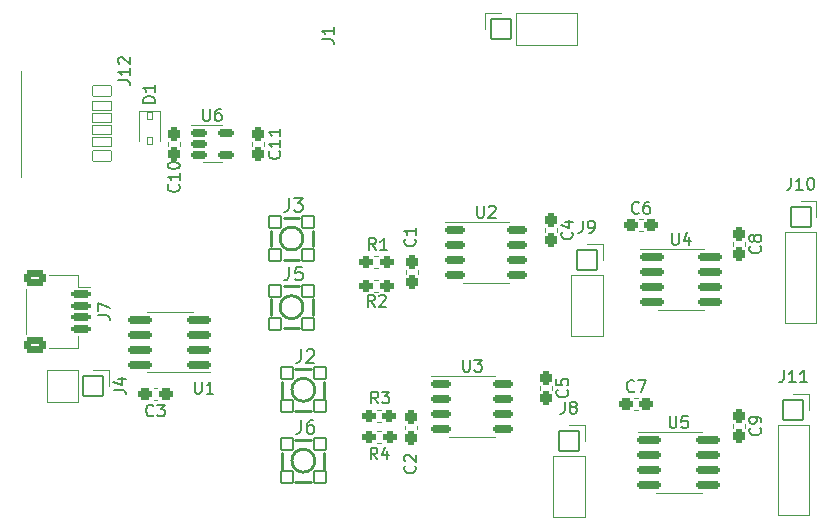
<source format=gbr>
%TF.GenerationSoftware,KiCad,Pcbnew,(6.0.4-0)*%
%TF.CreationDate,2022-10-18T14:28:54-06:00*%
%TF.ProjectId,HX711_710_711_720,48583731-315f-4373-9130-5f3731315f37,rev?*%
%TF.SameCoordinates,Original*%
%TF.FileFunction,Legend,Top*%
%TF.FilePolarity,Positive*%
%FSLAX46Y46*%
G04 Gerber Fmt 4.6, Leading zero omitted, Abs format (unit mm)*
G04 Created by KiCad (PCBNEW (6.0.4-0)) date 2022-10-18 14:28:54*
%MOMM*%
%LPD*%
G01*
G04 APERTURE LIST*
G04 Aperture macros list*
%AMRoundRect*
0 Rectangle with rounded corners*
0 $1 Rounding radius*
0 $2 $3 $4 $5 $6 $7 $8 $9 X,Y pos of 4 corners*
0 Add a 4 corners polygon primitive as box body*
4,1,4,$2,$3,$4,$5,$6,$7,$8,$9,$2,$3,0*
0 Add four circle primitives for the rounded corners*
1,1,$1+$1,$2,$3*
1,1,$1+$1,$4,$5*
1,1,$1+$1,$6,$7*
1,1,$1+$1,$8,$9*
0 Add four rect primitives between the rounded corners*
20,1,$1+$1,$2,$3,$4,$5,0*
20,1,$1+$1,$4,$5,$6,$7,0*
20,1,$1+$1,$6,$7,$8,$9,0*
20,1,$1+$1,$8,$9,$2,$3,0*%
G04 Aperture macros list end*
%ADD10C,0.150000*%
%ADD11C,0.152000*%
%ADD12C,0.120000*%
%ADD13C,0.254000*%
%ADD14RoundRect,0.201000X-0.625000X0.150000X-0.625000X-0.150000X0.625000X-0.150000X0.625000X0.150000X0*%
%ADD15RoundRect,0.301000X-0.650000X0.350000X-0.650000X-0.350000X0.650000X-0.350000X0.650000X0.350000X0*%
%ADD16RoundRect,0.051000X-0.850000X0.850000X-0.850000X-0.850000X0.850000X-0.850000X0.850000X0.850000X0*%
%ADD17O,1.802000X1.802000*%
%ADD18RoundRect,0.288500X-0.237500X0.300000X-0.237500X-0.300000X0.237500X-0.300000X0.237500X0.300000X0*%
%ADD19RoundRect,0.201000X-0.825000X-0.150000X0.825000X-0.150000X0.825000X0.150000X-0.825000X0.150000X0*%
%ADD20RoundRect,0.051000X-0.850000X-0.850000X0.850000X-0.850000X0.850000X0.850000X-0.850000X0.850000X0*%
%ADD21RoundRect,0.288500X-0.300000X-0.237500X0.300000X-0.237500X0.300000X0.237500X-0.300000X0.237500X0*%
%ADD22RoundRect,0.201000X-0.512500X-0.150000X0.512500X-0.150000X0.512500X0.150000X-0.512500X0.150000X0*%
%ADD23RoundRect,0.201000X0.825000X0.150000X-0.825000X0.150000X-0.825000X-0.150000X0.825000X-0.150000X0*%
%ADD24O,1.802000X1.102000*%
%ADD25RoundRect,0.051000X-0.800000X0.400000X-0.800000X-0.400000X0.800000X-0.400000X0.800000X0.400000X0*%
%ADD26RoundRect,0.051000X-0.800000X0.450000X-0.800000X-0.450000X0.800000X-0.450000X0.800000X0.450000X0*%
%ADD27RoundRect,0.051000X-0.225000X0.300000X-0.225000X-0.300000X0.225000X-0.300000X0.225000X0.300000X0*%
%ADD28RoundRect,0.288500X0.300000X0.237500X-0.300000X0.237500X-0.300000X-0.237500X0.300000X-0.237500X0*%
%ADD29RoundRect,0.288500X0.237500X-0.300000X0.237500X0.300000X-0.237500X0.300000X-0.237500X-0.300000X0*%
%ADD30RoundRect,0.051000X0.850000X-0.850000X0.850000X0.850000X-0.850000X0.850000X-0.850000X-0.850000X0*%
%ADD31RoundRect,0.288500X0.287500X0.237500X-0.287500X0.237500X-0.287500X-0.237500X0.287500X-0.237500X0*%
%ADD32RoundRect,0.201000X-0.675000X-0.150000X0.675000X-0.150000X0.675000X0.150000X-0.675000X0.150000X0*%
%ADD33C,1.102000*%
%ADD34RoundRect,0.051000X-0.500000X-0.500000X0.500000X-0.500000X0.500000X0.500000X-0.500000X0.500000X0*%
G04 APERTURE END LIST*
D10*
%TO.C,J7*%
X116732380Y-79233333D02*
X117446666Y-79233333D01*
X117589523Y-79280952D01*
X117684761Y-79376190D01*
X117732380Y-79519047D01*
X117732380Y-79614285D01*
X116732380Y-78852380D02*
X116732380Y-78185714D01*
X117732380Y-78614285D01*
%TO.C,J4*%
X118082380Y-85533333D02*
X118796666Y-85533333D01*
X118939523Y-85580952D01*
X119034761Y-85676190D01*
X119082380Y-85819047D01*
X119082380Y-85914285D01*
X118415714Y-84628571D02*
X119082380Y-84628571D01*
X118034761Y-84866666D02*
X118749047Y-85104761D01*
X118749047Y-84485714D01*
%TO.C,C9*%
X172787142Y-88766666D02*
X172834761Y-88814285D01*
X172882380Y-88957142D01*
X172882380Y-89052380D01*
X172834761Y-89195238D01*
X172739523Y-89290476D01*
X172644285Y-89338095D01*
X172453809Y-89385714D01*
X172310952Y-89385714D01*
X172120476Y-89338095D01*
X172025238Y-89290476D01*
X171930000Y-89195238D01*
X171882380Y-89052380D01*
X171882380Y-88957142D01*
X171930000Y-88814285D01*
X171977619Y-88766666D01*
X172882380Y-88290476D02*
X172882380Y-88100000D01*
X172834761Y-88004761D01*
X172787142Y-87957142D01*
X172644285Y-87861904D01*
X172453809Y-87814285D01*
X172072857Y-87814285D01*
X171977619Y-87861904D01*
X171930000Y-87909523D01*
X171882380Y-88004761D01*
X171882380Y-88195238D01*
X171930000Y-88290476D01*
X171977619Y-88338095D01*
X172072857Y-88385714D01*
X172310952Y-88385714D01*
X172406190Y-88338095D01*
X172453809Y-88290476D01*
X172501428Y-88195238D01*
X172501428Y-88004761D01*
X172453809Y-87909523D01*
X172406190Y-87861904D01*
X172310952Y-87814285D01*
%TO.C,C8*%
X172787142Y-73366666D02*
X172834761Y-73414285D01*
X172882380Y-73557142D01*
X172882380Y-73652380D01*
X172834761Y-73795238D01*
X172739523Y-73890476D01*
X172644285Y-73938095D01*
X172453809Y-73985714D01*
X172310952Y-73985714D01*
X172120476Y-73938095D01*
X172025238Y-73890476D01*
X171930000Y-73795238D01*
X171882380Y-73652380D01*
X171882380Y-73557142D01*
X171930000Y-73414285D01*
X171977619Y-73366666D01*
X172310952Y-72795238D02*
X172263333Y-72890476D01*
X172215714Y-72938095D01*
X172120476Y-72985714D01*
X172072857Y-72985714D01*
X171977619Y-72938095D01*
X171930000Y-72890476D01*
X171882380Y-72795238D01*
X171882380Y-72604761D01*
X171930000Y-72509523D01*
X171977619Y-72461904D01*
X172072857Y-72414285D01*
X172120476Y-72414285D01*
X172215714Y-72461904D01*
X172263333Y-72509523D01*
X172310952Y-72604761D01*
X172310952Y-72795238D01*
X172358571Y-72890476D01*
X172406190Y-72938095D01*
X172501428Y-72985714D01*
X172691904Y-72985714D01*
X172787142Y-72938095D01*
X172834761Y-72890476D01*
X172882380Y-72795238D01*
X172882380Y-72604761D01*
X172834761Y-72509523D01*
X172787142Y-72461904D01*
X172691904Y-72414285D01*
X172501428Y-72414285D01*
X172406190Y-72461904D01*
X172358571Y-72509523D01*
X172310952Y-72604761D01*
%TO.C,U5*%
X165138095Y-87752380D02*
X165138095Y-88561904D01*
X165185714Y-88657142D01*
X165233333Y-88704761D01*
X165328571Y-88752380D01*
X165519047Y-88752380D01*
X165614285Y-88704761D01*
X165661904Y-88657142D01*
X165709523Y-88561904D01*
X165709523Y-87752380D01*
X166661904Y-87752380D02*
X166185714Y-87752380D01*
X166138095Y-88228571D01*
X166185714Y-88180952D01*
X166280952Y-88133333D01*
X166519047Y-88133333D01*
X166614285Y-88180952D01*
X166661904Y-88228571D01*
X166709523Y-88323809D01*
X166709523Y-88561904D01*
X166661904Y-88657142D01*
X166614285Y-88704761D01*
X166519047Y-88752380D01*
X166280952Y-88752380D01*
X166185714Y-88704761D01*
X166138095Y-88657142D01*
%TO.C,U4*%
X165338095Y-72252380D02*
X165338095Y-73061904D01*
X165385714Y-73157142D01*
X165433333Y-73204761D01*
X165528571Y-73252380D01*
X165719047Y-73252380D01*
X165814285Y-73204761D01*
X165861904Y-73157142D01*
X165909523Y-73061904D01*
X165909523Y-72252380D01*
X166814285Y-72585714D02*
X166814285Y-73252380D01*
X166576190Y-72204761D02*
X166338095Y-72919047D01*
X166957142Y-72919047D01*
%TO.C,J11*%
X174815476Y-83882380D02*
X174815476Y-84596666D01*
X174767857Y-84739523D01*
X174672619Y-84834761D01*
X174529761Y-84882380D01*
X174434523Y-84882380D01*
X175815476Y-84882380D02*
X175244047Y-84882380D01*
X175529761Y-84882380D02*
X175529761Y-83882380D01*
X175434523Y-84025238D01*
X175339285Y-84120476D01*
X175244047Y-84168095D01*
X176767857Y-84882380D02*
X176196428Y-84882380D01*
X176482142Y-84882380D02*
X176482142Y-83882380D01*
X176386904Y-84025238D01*
X176291666Y-84120476D01*
X176196428Y-84168095D01*
%TO.C,J10*%
X175415476Y-67582380D02*
X175415476Y-68296666D01*
X175367857Y-68439523D01*
X175272619Y-68534761D01*
X175129761Y-68582380D01*
X175034523Y-68582380D01*
X176415476Y-68582380D02*
X175844047Y-68582380D01*
X176129761Y-68582380D02*
X176129761Y-67582380D01*
X176034523Y-67725238D01*
X175939285Y-67820476D01*
X175844047Y-67868095D01*
X177034523Y-67582380D02*
X177129761Y-67582380D01*
X177225000Y-67630000D01*
X177272619Y-67677619D01*
X177320238Y-67772857D01*
X177367857Y-67963333D01*
X177367857Y-68201428D01*
X177320238Y-68391904D01*
X177272619Y-68487142D01*
X177225000Y-68534761D01*
X177129761Y-68582380D01*
X177034523Y-68582380D01*
X176939285Y-68534761D01*
X176891666Y-68487142D01*
X176844047Y-68391904D01*
X176796428Y-68201428D01*
X176796428Y-67963333D01*
X176844047Y-67772857D01*
X176891666Y-67677619D01*
X176939285Y-67630000D01*
X177034523Y-67582380D01*
%TO.C,C7*%
X162133333Y-85627142D02*
X162085714Y-85674761D01*
X161942857Y-85722380D01*
X161847619Y-85722380D01*
X161704761Y-85674761D01*
X161609523Y-85579523D01*
X161561904Y-85484285D01*
X161514285Y-85293809D01*
X161514285Y-85150952D01*
X161561904Y-84960476D01*
X161609523Y-84865238D01*
X161704761Y-84770000D01*
X161847619Y-84722380D01*
X161942857Y-84722380D01*
X162085714Y-84770000D01*
X162133333Y-84817619D01*
X162466666Y-84722380D02*
X163133333Y-84722380D01*
X162704761Y-85722380D01*
%TO.C,C6*%
X162533333Y-70527142D02*
X162485714Y-70574761D01*
X162342857Y-70622380D01*
X162247619Y-70622380D01*
X162104761Y-70574761D01*
X162009523Y-70479523D01*
X161961904Y-70384285D01*
X161914285Y-70193809D01*
X161914285Y-70050952D01*
X161961904Y-69860476D01*
X162009523Y-69765238D01*
X162104761Y-69670000D01*
X162247619Y-69622380D01*
X162342857Y-69622380D01*
X162485714Y-69670000D01*
X162533333Y-69717619D01*
X163390476Y-69622380D02*
X163200000Y-69622380D01*
X163104761Y-69670000D01*
X163057142Y-69717619D01*
X162961904Y-69860476D01*
X162914285Y-70050952D01*
X162914285Y-70431904D01*
X162961904Y-70527142D01*
X163009523Y-70574761D01*
X163104761Y-70622380D01*
X163295238Y-70622380D01*
X163390476Y-70574761D01*
X163438095Y-70527142D01*
X163485714Y-70431904D01*
X163485714Y-70193809D01*
X163438095Y-70098571D01*
X163390476Y-70050952D01*
X163295238Y-70003333D01*
X163104761Y-70003333D01*
X163009523Y-70050952D01*
X162961904Y-70098571D01*
X162914285Y-70193809D01*
%TO.C,U6*%
X125638095Y-61752380D02*
X125638095Y-62561904D01*
X125685714Y-62657142D01*
X125733333Y-62704761D01*
X125828571Y-62752380D01*
X126019047Y-62752380D01*
X126114285Y-62704761D01*
X126161904Y-62657142D01*
X126209523Y-62561904D01*
X126209523Y-61752380D01*
X127114285Y-61752380D02*
X126923809Y-61752380D01*
X126828571Y-61800000D01*
X126780952Y-61847619D01*
X126685714Y-61990476D01*
X126638095Y-62180952D01*
X126638095Y-62561904D01*
X126685714Y-62657142D01*
X126733333Y-62704761D01*
X126828571Y-62752380D01*
X127019047Y-62752380D01*
X127114285Y-62704761D01*
X127161904Y-62657142D01*
X127209523Y-62561904D01*
X127209523Y-62323809D01*
X127161904Y-62228571D01*
X127114285Y-62180952D01*
X127019047Y-62133333D01*
X126828571Y-62133333D01*
X126733333Y-62180952D01*
X126685714Y-62228571D01*
X126638095Y-62323809D01*
%TO.C,U1*%
X124938095Y-84852380D02*
X124938095Y-85661904D01*
X124985714Y-85757142D01*
X125033333Y-85804761D01*
X125128571Y-85852380D01*
X125319047Y-85852380D01*
X125414285Y-85804761D01*
X125461904Y-85757142D01*
X125509523Y-85661904D01*
X125509523Y-84852380D01*
X126509523Y-85852380D02*
X125938095Y-85852380D01*
X126223809Y-85852380D02*
X126223809Y-84852380D01*
X126128571Y-84995238D01*
X126033333Y-85090476D01*
X125938095Y-85138095D01*
%TO.C,J12*%
X118452380Y-59309523D02*
X119166666Y-59309523D01*
X119309523Y-59357142D01*
X119404761Y-59452380D01*
X119452380Y-59595238D01*
X119452380Y-59690476D01*
X119452380Y-58309523D02*
X119452380Y-58880952D01*
X119452380Y-58595238D02*
X118452380Y-58595238D01*
X118595238Y-58690476D01*
X118690476Y-58785714D01*
X118738095Y-58880952D01*
X118547619Y-57928571D02*
X118500000Y-57880952D01*
X118452380Y-57785714D01*
X118452380Y-57547619D01*
X118500000Y-57452380D01*
X118547619Y-57404761D01*
X118642857Y-57357142D01*
X118738095Y-57357142D01*
X118880952Y-57404761D01*
X119452380Y-57976190D01*
X119452380Y-57357142D01*
%TO.C,D1*%
X121552380Y-61238095D02*
X120552380Y-61238095D01*
X120552380Y-61000000D01*
X120600000Y-60857142D01*
X120695238Y-60761904D01*
X120790476Y-60714285D01*
X120980952Y-60666666D01*
X121123809Y-60666666D01*
X121314285Y-60714285D01*
X121409523Y-60761904D01*
X121504761Y-60857142D01*
X121552380Y-61000000D01*
X121552380Y-61238095D01*
X121552380Y-59714285D02*
X121552380Y-60285714D01*
X121552380Y-60000000D02*
X120552380Y-60000000D01*
X120695238Y-60095238D01*
X120790476Y-60190476D01*
X120838095Y-60285714D01*
%TO.C,C11*%
X132087142Y-65342857D02*
X132134761Y-65390476D01*
X132182380Y-65533333D01*
X132182380Y-65628571D01*
X132134761Y-65771428D01*
X132039523Y-65866666D01*
X131944285Y-65914285D01*
X131753809Y-65961904D01*
X131610952Y-65961904D01*
X131420476Y-65914285D01*
X131325238Y-65866666D01*
X131230000Y-65771428D01*
X131182380Y-65628571D01*
X131182380Y-65533333D01*
X131230000Y-65390476D01*
X131277619Y-65342857D01*
X132182380Y-64390476D02*
X132182380Y-64961904D01*
X132182380Y-64676190D02*
X131182380Y-64676190D01*
X131325238Y-64771428D01*
X131420476Y-64866666D01*
X131468095Y-64961904D01*
X132182380Y-63438095D02*
X132182380Y-64009523D01*
X132182380Y-63723809D02*
X131182380Y-63723809D01*
X131325238Y-63819047D01*
X131420476Y-63914285D01*
X131468095Y-64009523D01*
%TO.C,C5*%
X156462141Y-85526665D02*
X156509760Y-85574284D01*
X156557379Y-85717141D01*
X156557379Y-85812379D01*
X156509760Y-85955237D01*
X156414522Y-86050475D01*
X156319284Y-86098094D01*
X156128808Y-86145713D01*
X155985951Y-86145713D01*
X155795475Y-86098094D01*
X155700237Y-86050475D01*
X155604999Y-85955237D01*
X155557379Y-85812379D01*
X155557379Y-85717141D01*
X155604999Y-85574284D01*
X155652618Y-85526665D01*
X155557379Y-84621903D02*
X155557379Y-85098094D01*
X156033570Y-85145713D01*
X155985951Y-85098094D01*
X155938332Y-85002856D01*
X155938332Y-84764760D01*
X155985951Y-84669522D01*
X156033570Y-84621903D01*
X156128808Y-84574284D01*
X156366903Y-84574284D01*
X156462141Y-84621903D01*
X156509760Y-84669522D01*
X156557379Y-84764760D01*
X156557379Y-85002856D01*
X156509760Y-85098094D01*
X156462141Y-85145713D01*
%TO.C,C10*%
X123557142Y-68142857D02*
X123604761Y-68190476D01*
X123652380Y-68333333D01*
X123652380Y-68428571D01*
X123604761Y-68571428D01*
X123509523Y-68666666D01*
X123414285Y-68714285D01*
X123223809Y-68761904D01*
X123080952Y-68761904D01*
X122890476Y-68714285D01*
X122795238Y-68666666D01*
X122700000Y-68571428D01*
X122652380Y-68428571D01*
X122652380Y-68333333D01*
X122700000Y-68190476D01*
X122747619Y-68142857D01*
X123652380Y-67190476D02*
X123652380Y-67761904D01*
X123652380Y-67476190D02*
X122652380Y-67476190D01*
X122795238Y-67571428D01*
X122890476Y-67666666D01*
X122938095Y-67761904D01*
X122652380Y-66571428D02*
X122652380Y-66476190D01*
X122700000Y-66380952D01*
X122747619Y-66333333D01*
X122842857Y-66285714D01*
X123033333Y-66238095D01*
X123271428Y-66238095D01*
X123461904Y-66285714D01*
X123557142Y-66333333D01*
X123604761Y-66380952D01*
X123652380Y-66476190D01*
X123652380Y-66571428D01*
X123604761Y-66666666D01*
X123557142Y-66714285D01*
X123461904Y-66761904D01*
X123271428Y-66809523D01*
X123033333Y-66809523D01*
X122842857Y-66761904D01*
X122747619Y-66714285D01*
X122700000Y-66666666D01*
X122652380Y-66571428D01*
%TO.C,C4*%
X156862141Y-72176665D02*
X156909760Y-72224284D01*
X156957379Y-72367141D01*
X156957379Y-72462379D01*
X156909760Y-72605237D01*
X156814522Y-72700475D01*
X156719284Y-72748094D01*
X156528808Y-72795713D01*
X156385951Y-72795713D01*
X156195475Y-72748094D01*
X156100237Y-72700475D01*
X156004999Y-72605237D01*
X155957379Y-72462379D01*
X155957379Y-72367141D01*
X156004999Y-72224284D01*
X156052618Y-72176665D01*
X156290713Y-71319522D02*
X156957379Y-71319522D01*
X155909760Y-71557618D02*
X156624046Y-71795713D01*
X156624046Y-71176665D01*
%TO.C,C3*%
X121433333Y-87687142D02*
X121385714Y-87734761D01*
X121242857Y-87782380D01*
X121147619Y-87782380D01*
X121004761Y-87734761D01*
X120909523Y-87639523D01*
X120861904Y-87544285D01*
X120814285Y-87353809D01*
X120814285Y-87210952D01*
X120861904Y-87020476D01*
X120909523Y-86925238D01*
X121004761Y-86830000D01*
X121147619Y-86782380D01*
X121242857Y-86782380D01*
X121385714Y-86830000D01*
X121433333Y-86877619D01*
X121766666Y-86782380D02*
X122385714Y-86782380D01*
X122052380Y-87163333D01*
X122195238Y-87163333D01*
X122290476Y-87210952D01*
X122338095Y-87258571D01*
X122385714Y-87353809D01*
X122385714Y-87591904D01*
X122338095Y-87687142D01*
X122290476Y-87734761D01*
X122195238Y-87782380D01*
X121909523Y-87782380D01*
X121814285Y-87734761D01*
X121766666Y-87687142D01*
%TO.C,C2*%
X143557142Y-91966666D02*
X143604761Y-92014285D01*
X143652380Y-92157142D01*
X143652380Y-92252380D01*
X143604761Y-92395238D01*
X143509523Y-92490476D01*
X143414285Y-92538095D01*
X143223809Y-92585714D01*
X143080952Y-92585714D01*
X142890476Y-92538095D01*
X142795238Y-92490476D01*
X142700000Y-92395238D01*
X142652380Y-92252380D01*
X142652380Y-92157142D01*
X142700000Y-92014285D01*
X142747619Y-91966666D01*
X142747619Y-91585714D02*
X142700000Y-91538095D01*
X142652380Y-91442857D01*
X142652380Y-91204761D01*
X142700000Y-91109523D01*
X142747619Y-91061904D01*
X142842857Y-91014285D01*
X142938095Y-91014285D01*
X143080952Y-91061904D01*
X143652380Y-91633333D01*
X143652380Y-91014285D01*
%TO.C,C1*%
X143557142Y-72766666D02*
X143604761Y-72814285D01*
X143652380Y-72957142D01*
X143652380Y-73052380D01*
X143604761Y-73195238D01*
X143509523Y-73290476D01*
X143414285Y-73338095D01*
X143223809Y-73385714D01*
X143080952Y-73385714D01*
X142890476Y-73338095D01*
X142795238Y-73290476D01*
X142700000Y-73195238D01*
X142652380Y-73052380D01*
X142652380Y-72957142D01*
X142700000Y-72814285D01*
X142747619Y-72766666D01*
X143652380Y-71814285D02*
X143652380Y-72385714D01*
X143652380Y-72100000D02*
X142652380Y-72100000D01*
X142795238Y-72195238D01*
X142890476Y-72290476D01*
X142938095Y-72385714D01*
%TO.C,J1*%
X135682379Y-55843332D02*
X136396665Y-55843332D01*
X136539522Y-55890951D01*
X136634760Y-55986189D01*
X136682379Y-56129046D01*
X136682379Y-56224284D01*
X136682379Y-54843332D02*
X136682379Y-55414760D01*
X136682379Y-55129046D02*
X135682379Y-55129046D01*
X135825237Y-55224284D01*
X135920475Y-55319522D01*
X135968094Y-55414760D01*
%TO.C,J8*%
X156266666Y-86542380D02*
X156266666Y-87256666D01*
X156219047Y-87399523D01*
X156123809Y-87494761D01*
X155980952Y-87542380D01*
X155885714Y-87542380D01*
X156885714Y-86970952D02*
X156790476Y-86923333D01*
X156742857Y-86875714D01*
X156695238Y-86780476D01*
X156695238Y-86732857D01*
X156742857Y-86637619D01*
X156790476Y-86590000D01*
X156885714Y-86542380D01*
X157076190Y-86542380D01*
X157171428Y-86590000D01*
X157219047Y-86637619D01*
X157266666Y-86732857D01*
X157266666Y-86780476D01*
X157219047Y-86875714D01*
X157171428Y-86923333D01*
X157076190Y-86970952D01*
X156885714Y-86970952D01*
X156790476Y-87018571D01*
X156742857Y-87066190D01*
X156695238Y-87161428D01*
X156695238Y-87351904D01*
X156742857Y-87447142D01*
X156790476Y-87494761D01*
X156885714Y-87542380D01*
X157076190Y-87542380D01*
X157171428Y-87494761D01*
X157219047Y-87447142D01*
X157266666Y-87351904D01*
X157266666Y-87161428D01*
X157219047Y-87066190D01*
X157171428Y-87018571D01*
X157076190Y-86970952D01*
%TO.C,J9*%
X157791665Y-71217379D02*
X157791665Y-71931665D01*
X157744046Y-72074522D01*
X157648808Y-72169760D01*
X157505951Y-72217379D01*
X157410713Y-72217379D01*
X158315475Y-72217379D02*
X158505951Y-72217379D01*
X158601189Y-72169760D01*
X158648808Y-72122141D01*
X158744046Y-71979284D01*
X158791665Y-71788808D01*
X158791665Y-71407856D01*
X158744046Y-71312618D01*
X158696427Y-71264999D01*
X158601189Y-71217379D01*
X158410713Y-71217379D01*
X158315475Y-71264999D01*
X158267856Y-71312618D01*
X158220237Y-71407856D01*
X158220237Y-71645951D01*
X158267856Y-71741189D01*
X158315475Y-71788808D01*
X158410713Y-71836427D01*
X158601189Y-71836427D01*
X158696427Y-71788808D01*
X158744046Y-71741189D01*
X158791665Y-71645951D01*
%TO.C,R2*%
X140158332Y-78487379D02*
X139824999Y-78011189D01*
X139586903Y-78487379D02*
X139586903Y-77487379D01*
X139967856Y-77487379D01*
X140063094Y-77534999D01*
X140110713Y-77582618D01*
X140158332Y-77677856D01*
X140158332Y-77820713D01*
X140110713Y-77915951D01*
X140063094Y-77963570D01*
X139967856Y-78011189D01*
X139586903Y-78011189D01*
X140539284Y-77582618D02*
X140586903Y-77534999D01*
X140682141Y-77487379D01*
X140920237Y-77487379D01*
X141015475Y-77534999D01*
X141063094Y-77582618D01*
X141110713Y-77677856D01*
X141110713Y-77773094D01*
X141063094Y-77915951D01*
X140491665Y-78487379D01*
X141110713Y-78487379D01*
%TO.C,R3*%
X140458332Y-86687379D02*
X140124999Y-86211189D01*
X139886903Y-86687379D02*
X139886903Y-85687379D01*
X140267856Y-85687379D01*
X140363094Y-85734999D01*
X140410713Y-85782618D01*
X140458332Y-85877856D01*
X140458332Y-86020713D01*
X140410713Y-86115951D01*
X140363094Y-86163570D01*
X140267856Y-86211189D01*
X139886903Y-86211189D01*
X140791665Y-85687379D02*
X141410713Y-85687379D01*
X141077379Y-86068332D01*
X141220237Y-86068332D01*
X141315475Y-86115951D01*
X141363094Y-86163570D01*
X141410713Y-86258808D01*
X141410713Y-86496903D01*
X141363094Y-86592141D01*
X141315475Y-86639760D01*
X141220237Y-86687379D01*
X140934522Y-86687379D01*
X140839284Y-86639760D01*
X140791665Y-86592141D01*
%TO.C,R4*%
X140383332Y-91417379D02*
X140049999Y-90941189D01*
X139811903Y-91417379D02*
X139811903Y-90417379D01*
X140192856Y-90417379D01*
X140288094Y-90464999D01*
X140335713Y-90512618D01*
X140383332Y-90607856D01*
X140383332Y-90750713D01*
X140335713Y-90845951D01*
X140288094Y-90893570D01*
X140192856Y-90941189D01*
X139811903Y-90941189D01*
X141240475Y-90750713D02*
X141240475Y-91417379D01*
X141002379Y-90369760D02*
X140764284Y-91084046D01*
X141383332Y-91084046D01*
%TO.C,U2*%
X148838094Y-69952379D02*
X148838094Y-70761903D01*
X148885713Y-70857141D01*
X148933332Y-70904760D01*
X149028570Y-70952379D01*
X149219046Y-70952379D01*
X149314284Y-70904760D01*
X149361903Y-70857141D01*
X149409522Y-70761903D01*
X149409522Y-69952379D01*
X149838094Y-70047618D02*
X149885713Y-69999999D01*
X149980951Y-69952379D01*
X150219046Y-69952379D01*
X150314284Y-69999999D01*
X150361903Y-70047618D01*
X150409522Y-70142856D01*
X150409522Y-70238094D01*
X150361903Y-70380951D01*
X149790475Y-70952379D01*
X150409522Y-70952379D01*
%TO.C,U3*%
X147663094Y-82987379D02*
X147663094Y-83796903D01*
X147710713Y-83892141D01*
X147758332Y-83939760D01*
X147853570Y-83987379D01*
X148044046Y-83987379D01*
X148139284Y-83939760D01*
X148186903Y-83892141D01*
X148234522Y-83796903D01*
X148234522Y-82987379D01*
X148615475Y-82987379D02*
X149234522Y-82987379D01*
X148901189Y-83368332D01*
X149044046Y-83368332D01*
X149139284Y-83415951D01*
X149186903Y-83463570D01*
X149234522Y-83558808D01*
X149234522Y-83796903D01*
X149186903Y-83892141D01*
X149139284Y-83939760D01*
X149044046Y-83987379D01*
X148758332Y-83987379D01*
X148663094Y-83939760D01*
X148615475Y-83892141D01*
%TO.C,R1*%
X140258332Y-73687379D02*
X139924999Y-73211189D01*
X139686903Y-73687379D02*
X139686903Y-72687379D01*
X140067856Y-72687379D01*
X140163094Y-72734999D01*
X140210713Y-72782618D01*
X140258332Y-72877856D01*
X140258332Y-73020713D01*
X140210713Y-73115951D01*
X140163094Y-73163570D01*
X140067856Y-73211189D01*
X139686903Y-73211189D01*
X141210713Y-73687379D02*
X140639284Y-73687379D01*
X140924999Y-73687379D02*
X140924999Y-72687379D01*
X140829760Y-72830237D01*
X140734522Y-72925475D01*
X140639284Y-72973094D01*
D11*
%TO.C,J3*%
X132922513Y-69299070D02*
X132922513Y-70115499D01*
X132868084Y-70278784D01*
X132759227Y-70387641D01*
X132595941Y-70442070D01*
X132487084Y-70442070D01*
X133357941Y-69299070D02*
X134065513Y-69299070D01*
X133684513Y-69734499D01*
X133847799Y-69734499D01*
X133956656Y-69788927D01*
X134011084Y-69843356D01*
X134065513Y-69952213D01*
X134065513Y-70224356D01*
X134011084Y-70333213D01*
X133956656Y-70387641D01*
X133847799Y-70442070D01*
X133521227Y-70442070D01*
X133412370Y-70387641D01*
X133357941Y-70333213D01*
%TO.C,J5*%
X132922513Y-75109070D02*
X132922513Y-75925499D01*
X132868084Y-76088784D01*
X132759227Y-76197641D01*
X132595941Y-76252070D01*
X132487084Y-76252070D01*
X134011084Y-75109070D02*
X133466799Y-75109070D01*
X133412370Y-75653356D01*
X133466799Y-75598927D01*
X133575656Y-75544499D01*
X133847799Y-75544499D01*
X133956656Y-75598927D01*
X134011084Y-75653356D01*
X134065513Y-75762213D01*
X134065513Y-76034356D01*
X134011084Y-76143213D01*
X133956656Y-76197641D01*
X133847799Y-76252070D01*
X133575656Y-76252070D01*
X133466799Y-76197641D01*
X133412370Y-76143213D01*
%TO.C,J6*%
X133922513Y-88109070D02*
X133922513Y-88925499D01*
X133868084Y-89088784D01*
X133759227Y-89197641D01*
X133595941Y-89252070D01*
X133487084Y-89252070D01*
X134956656Y-88109070D02*
X134738941Y-88109070D01*
X134630084Y-88163499D01*
X134575656Y-88217927D01*
X134466799Y-88381213D01*
X134412370Y-88598927D01*
X134412370Y-89034356D01*
X134466799Y-89143213D01*
X134521227Y-89197641D01*
X134630084Y-89252070D01*
X134847799Y-89252070D01*
X134956656Y-89197641D01*
X135011084Y-89143213D01*
X135065513Y-89034356D01*
X135065513Y-88762213D01*
X135011084Y-88653356D01*
X134956656Y-88598927D01*
X134847799Y-88544499D01*
X134630084Y-88544499D01*
X134521227Y-88598927D01*
X134466799Y-88653356D01*
X134412370Y-88762213D01*
%TO.C,J2*%
X133922513Y-82109070D02*
X133922513Y-82925499D01*
X133868084Y-83088784D01*
X133759227Y-83197641D01*
X133595941Y-83252070D01*
X133487084Y-83252070D01*
X134412370Y-82217927D02*
X134466799Y-82163499D01*
X134575656Y-82109070D01*
X134847799Y-82109070D01*
X134956656Y-82163499D01*
X135011084Y-82217927D01*
X135065513Y-82326784D01*
X135065513Y-82435641D01*
X135011084Y-82598927D01*
X134357941Y-83252070D01*
X135065513Y-83252070D01*
D12*
%TO.C,J7*%
X110615000Y-76960000D02*
X110615000Y-80840000D01*
X112585000Y-75790000D02*
X115085000Y-75790000D01*
X112585000Y-82010000D02*
X115085000Y-82010000D01*
X115085000Y-75790000D02*
X115085000Y-76840000D01*
X115085000Y-82010000D02*
X115085000Y-80960000D01*
X115085000Y-76840000D02*
X116075000Y-76840000D01*
%TO.C,J4*%
X116300000Y-83870000D02*
X117630000Y-83870000D01*
X112430000Y-83870000D02*
X112430000Y-86530000D01*
X115030000Y-83870000D02*
X112430000Y-83870000D01*
X115030000Y-83870000D02*
X115030000Y-86530000D01*
X117630000Y-83870000D02*
X117630000Y-85200000D01*
X115030000Y-86530000D02*
X112430000Y-86530000D01*
%TO.C,C9*%
X171510000Y-88453733D02*
X171510000Y-88746267D01*
X170490000Y-88453733D02*
X170490000Y-88746267D01*
%TO.C,C8*%
X171510000Y-73053733D02*
X171510000Y-73346267D01*
X170490000Y-73053733D02*
X170490000Y-73346267D01*
%TO.C,U5*%
X165900000Y-89140000D02*
X167850000Y-89140000D01*
X165900000Y-94260000D02*
X167850000Y-94260000D01*
X165900000Y-89140000D02*
X162450000Y-89140000D01*
X165900000Y-94260000D02*
X163950000Y-94260000D01*
%TO.C,U4*%
X166100000Y-73640000D02*
X168050000Y-73640000D01*
X166100000Y-78760000D02*
X168050000Y-78760000D01*
X166100000Y-73640000D02*
X162650000Y-73640000D01*
X166100000Y-78760000D02*
X164150000Y-78760000D01*
%TO.C,J11*%
X175625000Y-85870000D02*
X176955000Y-85870000D01*
X176955000Y-85870000D02*
X176955000Y-87200000D01*
X174295000Y-88470000D02*
X174295000Y-96150000D01*
X174295000Y-88470000D02*
X176955000Y-88470000D01*
X176955000Y-88470000D02*
X176955000Y-96150000D01*
X174295000Y-96150000D02*
X176955000Y-96150000D01*
%TO.C,J10*%
X176225000Y-69570000D02*
X177555000Y-69570000D01*
X177555000Y-69570000D02*
X177555000Y-70900000D01*
X174895000Y-72170000D02*
X174895000Y-79850000D01*
X174895000Y-72170000D02*
X177555000Y-72170000D01*
X177555000Y-72170000D02*
X177555000Y-79850000D01*
X174895000Y-79850000D02*
X177555000Y-79850000D01*
%TO.C,C7*%
X162153733Y-86190000D02*
X162446267Y-86190000D01*
X162153733Y-87210000D02*
X162446267Y-87210000D01*
%TO.C,C6*%
X162553733Y-71090000D02*
X162846267Y-71090000D01*
X162553733Y-72110000D02*
X162846267Y-72110000D01*
%TO.C,U6*%
X126400000Y-66260000D02*
X125600000Y-66260000D01*
X126400000Y-63140000D02*
X124600000Y-63140000D01*
X126400000Y-63140000D02*
X127200000Y-63140000D01*
X126400000Y-66260000D02*
X127200000Y-66260000D01*
%TO.C,U1*%
X122800000Y-84060000D02*
X120850000Y-84060000D01*
X122800000Y-78940000D02*
X120850000Y-78940000D01*
X122800000Y-84060000D02*
X126250000Y-84060000D01*
X122800000Y-78940000D02*
X124750000Y-78940000D01*
%TO.C,J12*%
X110190000Y-67470000D02*
X110190000Y-58530000D01*
%TO.C,D1*%
X121950000Y-61900000D02*
X120250000Y-61900000D01*
X120250000Y-61900000D02*
X120250000Y-64450000D01*
X121950000Y-61900000D02*
X121950000Y-64450000D01*
%TO.C,C11*%
X130810000Y-64553733D02*
X130810000Y-64846267D01*
X129790000Y-64553733D02*
X129790000Y-64846267D01*
%TO.C,C5*%
X155184999Y-85213732D02*
X155184999Y-85506266D01*
X154164999Y-85213732D02*
X154164999Y-85506266D01*
%TO.C,C10*%
X123710000Y-64553733D02*
X123710000Y-64846267D01*
X122690000Y-64553733D02*
X122690000Y-64846267D01*
%TO.C,C4*%
X155584999Y-71863732D02*
X155584999Y-72156266D01*
X154564999Y-71863732D02*
X154564999Y-72156266D01*
%TO.C,C3*%
X121746267Y-86410000D02*
X121453733Y-86410000D01*
X121746267Y-85390000D02*
X121453733Y-85390000D01*
%TO.C,C2*%
X142714999Y-88881266D02*
X142714999Y-88588732D01*
X143734999Y-88881266D02*
X143734999Y-88588732D01*
%TO.C,C1*%
X142814999Y-75706266D02*
X142814999Y-75413732D01*
X143834999Y-75706266D02*
X143834999Y-75413732D01*
%TO.C,J1*%
X149545000Y-53645000D02*
X150875000Y-53645000D01*
X152145000Y-56305000D02*
X152145000Y-53645000D01*
X157285000Y-56305000D02*
X157285000Y-53645000D01*
X152145000Y-56305000D02*
X157285000Y-56305000D01*
X149545000Y-54975000D02*
X149545000Y-53645000D01*
X152145000Y-53645000D02*
X157285000Y-53645000D01*
%TO.C,J8*%
X156600000Y-88530000D02*
X157930000Y-88530000D01*
X157930000Y-91130000D02*
X157930000Y-96270000D01*
X157930000Y-88530000D02*
X157930000Y-89860000D01*
X155270000Y-91130000D02*
X155270000Y-96270000D01*
X155270000Y-91130000D02*
X157930000Y-91130000D01*
X155270000Y-96270000D02*
X157930000Y-96270000D01*
%TO.C,J9*%
X159454999Y-73204999D02*
X159454999Y-74534999D01*
X156794999Y-75804999D02*
X156794999Y-80944999D01*
X159454999Y-75804999D02*
X159454999Y-80944999D01*
X156794999Y-75804999D02*
X159454999Y-75804999D01*
X158124999Y-73204999D02*
X159454999Y-73204999D01*
X156794999Y-80944999D02*
X159454999Y-80944999D01*
%TO.C,R2*%
X140471266Y-77244999D02*
X140128732Y-77244999D01*
X140471266Y-76224999D02*
X140128732Y-76224999D01*
%TO.C,R3*%
X140696266Y-87224999D02*
X140353732Y-87224999D01*
X140696266Y-88244999D02*
X140353732Y-88244999D01*
%TO.C,R4*%
X140721266Y-90044999D02*
X140378732Y-90044999D01*
X140721266Y-89024999D02*
X140378732Y-89024999D01*
%TO.C,U2*%
X149599999Y-71339999D02*
X151549999Y-71339999D01*
X149599999Y-76459999D02*
X151549999Y-76459999D01*
X149599999Y-71339999D02*
X146149999Y-71339999D01*
X149599999Y-76459999D02*
X147649999Y-76459999D01*
%TO.C,U3*%
X148424999Y-89494999D02*
X146474999Y-89494999D01*
X148424999Y-84374999D02*
X144974999Y-84374999D01*
X148424999Y-84374999D02*
X150374999Y-84374999D01*
X148424999Y-89494999D02*
X150374999Y-89494999D01*
%TO.C,R1*%
X140471266Y-75244999D02*
X140128732Y-75244999D01*
X140471266Y-74224999D02*
X140128732Y-74224999D01*
D13*
%TO.C,J3*%
X133793999Y-70946999D02*
X132455999Y-70946999D01*
X132455999Y-74502999D02*
X133793999Y-74502999D01*
X131346999Y-72055999D02*
X131346999Y-73393999D01*
X134902999Y-73393999D02*
X134902999Y-72055999D01*
X134091999Y-72724999D02*
G75*
G03*
X134091999Y-72724999I-967000J0D01*
G01*
%TO.C,J5*%
X131346999Y-77865999D02*
X131346999Y-79203999D01*
X133793999Y-76756999D02*
X132455999Y-76756999D01*
X132455999Y-80312999D02*
X133793999Y-80312999D01*
X134902999Y-79203999D02*
X134902999Y-77865999D01*
X134091999Y-78534999D02*
G75*
G03*
X134091999Y-78534999I-967000J0D01*
G01*
%TO.C,J6*%
X132346999Y-90865999D02*
X132346999Y-92203999D01*
X134793999Y-89756999D02*
X133455999Y-89756999D01*
X133455999Y-93312999D02*
X134793999Y-93312999D01*
X135902999Y-92203999D02*
X135902999Y-90865999D01*
X135091999Y-91534999D02*
G75*
G03*
X135091999Y-91534999I-967000J0D01*
G01*
%TO.C,J2*%
X135902999Y-86203999D02*
X135902999Y-84865999D01*
X132346999Y-84865999D02*
X132346999Y-86203999D01*
X134793999Y-83756999D02*
X133455999Y-83756999D01*
X133455999Y-87312999D02*
X134793999Y-87312999D01*
X135091999Y-85534999D02*
G75*
G03*
X135091999Y-85534999I-967000J0D01*
G01*
%TD*%
%LPC*%
D14*
%TO.C,J7*%
X115300000Y-77400000D03*
X115300000Y-78400000D03*
X115300000Y-79400000D03*
X115300000Y-80400000D03*
D15*
X111425000Y-81700000D03*
X111425000Y-76100000D03*
%TD*%
D16*
%TO.C,J4*%
X116300000Y-85200000D03*
D17*
X113760000Y-85200000D03*
%TD*%
D18*
%TO.C,C9*%
X171000000Y-87737500D03*
X171000000Y-89462500D03*
%TD*%
%TO.C,C8*%
X171000000Y-72337500D03*
X171000000Y-74062500D03*
%TD*%
D19*
%TO.C,U5*%
X163425000Y-89795000D03*
X163425000Y-91065000D03*
X163425000Y-92335000D03*
X163425000Y-93605000D03*
X168375000Y-93605000D03*
X168375000Y-92335000D03*
X168375000Y-91065000D03*
X168375000Y-89795000D03*
%TD*%
%TO.C,U4*%
X163625000Y-74295000D03*
X163625000Y-75565000D03*
X163625000Y-76835000D03*
X163625000Y-78105000D03*
X168575000Y-78105000D03*
X168575000Y-76835000D03*
X168575000Y-75565000D03*
X168575000Y-74295000D03*
%TD*%
D20*
%TO.C,J11*%
X175625000Y-87200000D03*
D17*
X175625000Y-89740000D03*
X175625000Y-92280000D03*
X175625000Y-94820000D03*
%TD*%
D20*
%TO.C,J10*%
X176225000Y-70900000D03*
D17*
X176225000Y-73440000D03*
X176225000Y-75980000D03*
X176225000Y-78520000D03*
%TD*%
D21*
%TO.C,C7*%
X161437500Y-86700000D03*
X163162500Y-86700000D03*
%TD*%
%TO.C,C6*%
X161837500Y-71600000D03*
X163562500Y-71600000D03*
%TD*%
D22*
%TO.C,U6*%
X125262500Y-63750000D03*
X125262500Y-64700000D03*
X125262500Y-65650000D03*
X127537500Y-65650000D03*
X127537500Y-63750000D03*
%TD*%
D23*
%TO.C,U1*%
X125275000Y-83405000D03*
X125275000Y-82135000D03*
X125275000Y-80865000D03*
X125275000Y-79595000D03*
X120325000Y-79595000D03*
X120325000Y-80865000D03*
X120325000Y-82135000D03*
X120325000Y-83405000D03*
%TD*%
D24*
%TO.C,J12*%
X112790000Y-58680000D03*
X112790000Y-67320000D03*
X116590000Y-67320000D03*
X116590000Y-58680000D03*
D25*
X117070000Y-62500000D03*
X117070000Y-64520000D03*
D26*
X117070000Y-65750000D03*
D25*
X117070000Y-63500000D03*
X117070000Y-61480000D03*
D26*
X117070000Y-60250000D03*
%TD*%
D27*
%TO.C,D1*%
X121100000Y-62350000D03*
X121100000Y-64450000D03*
%TD*%
D18*
%TO.C,C11*%
X130300000Y-63837500D03*
X130300000Y-65562500D03*
%TD*%
%TO.C,C5*%
X154674999Y-84497499D03*
X154674999Y-86222499D03*
%TD*%
%TO.C,C10*%
X123200000Y-63837500D03*
X123200000Y-65562500D03*
%TD*%
%TO.C,C4*%
X155074999Y-71147499D03*
X155074999Y-72872499D03*
%TD*%
D28*
%TO.C,C3*%
X122462500Y-85900000D03*
X120737500Y-85900000D03*
%TD*%
D29*
%TO.C,C2*%
X143224999Y-89597499D03*
X143224999Y-87872499D03*
%TD*%
%TO.C,C1*%
X143324999Y-76422499D03*
X143324999Y-74697499D03*
%TD*%
D30*
%TO.C,J1*%
X150875000Y-54975000D03*
D17*
X153415000Y-54975000D03*
X155955000Y-54975000D03*
%TD*%
D20*
%TO.C,J8*%
X156600000Y-89860000D03*
D17*
X156600000Y-92400000D03*
X156600000Y-94940000D03*
%TD*%
D20*
%TO.C,J9*%
X158124999Y-74534999D03*
D17*
X158124999Y-77074999D03*
X158124999Y-79614999D03*
%TD*%
D31*
%TO.C,R2*%
X141174999Y-76734999D03*
X139424999Y-76734999D03*
%TD*%
%TO.C,R3*%
X141399999Y-87734999D03*
X139649999Y-87734999D03*
%TD*%
%TO.C,R4*%
X141424999Y-89534999D03*
X139674999Y-89534999D03*
%TD*%
D32*
%TO.C,U2*%
X146974999Y-71994999D03*
X146974999Y-73264999D03*
X146974999Y-74534999D03*
X146974999Y-75804999D03*
X152224999Y-75804999D03*
X152224999Y-74534999D03*
X152224999Y-73264999D03*
X152224999Y-71994999D03*
%TD*%
%TO.C,U3*%
X145799999Y-85029999D03*
X145799999Y-86299999D03*
X145799999Y-87569999D03*
X145799999Y-88839999D03*
X151049999Y-88839999D03*
X151049999Y-87569999D03*
X151049999Y-86299999D03*
X151049999Y-85029999D03*
%TD*%
D31*
%TO.C,R1*%
X141174999Y-74734999D03*
X139424999Y-74734999D03*
%TD*%
D33*
%TO.C,J3*%
X133124999Y-72724999D03*
D34*
X131724999Y-74124999D03*
X134524999Y-71324999D03*
X131724999Y-71324999D03*
X134524999Y-74124999D03*
%TD*%
D33*
%TO.C,J5*%
X133124999Y-78534999D03*
D34*
X131724999Y-77134999D03*
X134524999Y-77134999D03*
X134524999Y-79934999D03*
X131724999Y-79934999D03*
%TD*%
D33*
%TO.C,J6*%
X134124999Y-91534999D03*
D34*
X132724999Y-92934999D03*
X132724999Y-90134999D03*
X135524999Y-92934999D03*
X135524999Y-90134999D03*
%TD*%
D33*
%TO.C,J2*%
X134124999Y-85534999D03*
D34*
X135524999Y-84134999D03*
X132724999Y-86934999D03*
X135524999Y-86934999D03*
X132724999Y-84134999D03*
%TD*%
M02*

</source>
